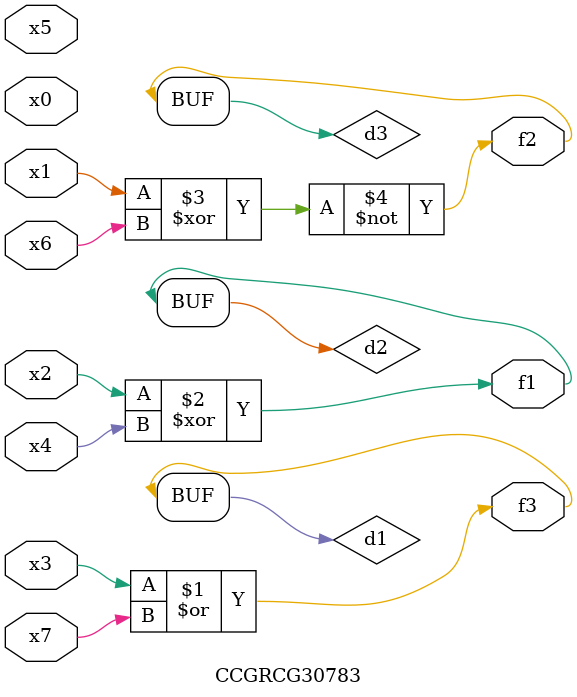
<source format=v>
module CCGRCG30783(
	input x0, x1, x2, x3, x4, x5, x6, x7,
	output f1, f2, f3
);

	wire d1, d2, d3;

	or (d1, x3, x7);
	xor (d2, x2, x4);
	xnor (d3, x1, x6);
	assign f1 = d2;
	assign f2 = d3;
	assign f3 = d1;
endmodule

</source>
